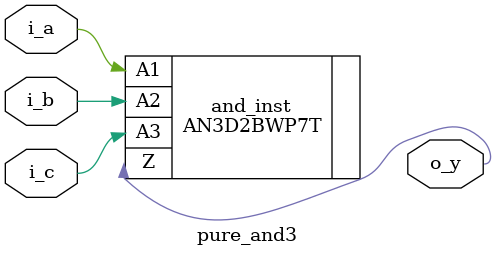
<source format=v>

`timescale 1ns/1ns

module pure_and3 #(
    parameter DOMAIN_3V0 = 0
  )(
    input  i_a,
    input  i_b,
    input  i_c,
    output o_y
  );

  AN3D2BWP7T and_inst(
    .A1 (i_a),
    .A2 (i_b),
    .A3 (i_c),
    .Z  (o_y)
  );

endmodule


</source>
